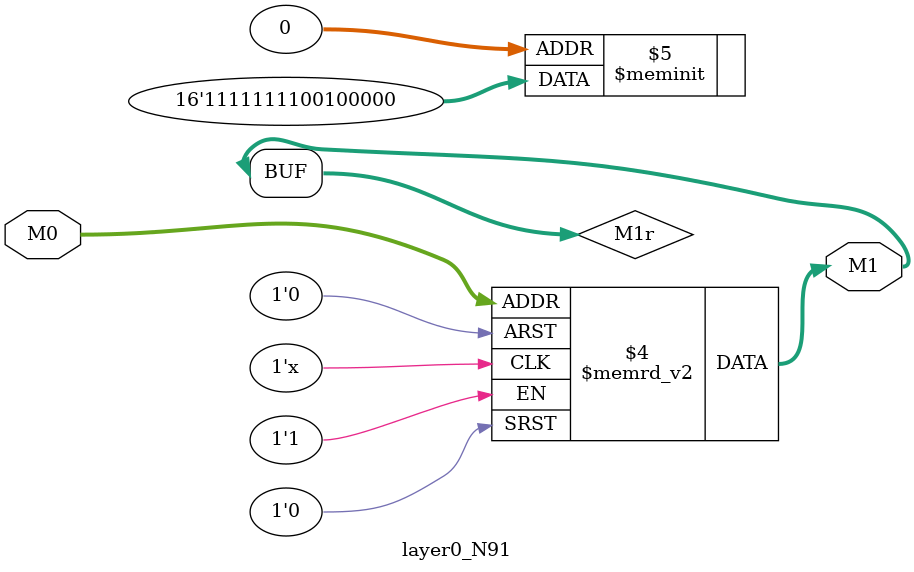
<source format=v>
module layer0_N91 ( input [2:0] M0, output [1:0] M1 );

	(*rom_style = "distributed" *) reg [1:0] M1r;
	assign M1 = M1r;
	always @ (M0) begin
		case (M0)
			3'b000: M1r = 2'b00;
			3'b100: M1r = 2'b11;
			3'b010: M1r = 2'b10;
			3'b110: M1r = 2'b11;
			3'b001: M1r = 2'b00;
			3'b101: M1r = 2'b11;
			3'b011: M1r = 2'b00;
			3'b111: M1r = 2'b11;

		endcase
	end
endmodule

</source>
